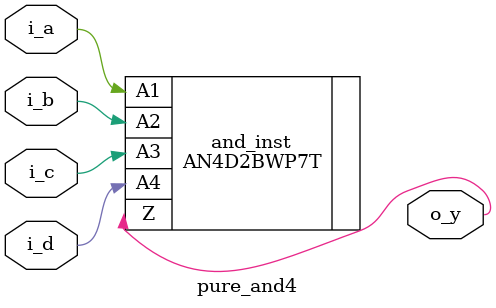
<source format=v>

`timescale 1ns/1ns

module pure_and4 #(
    parameter DOMAIN_3V0 = 0
  )(
    input  i_a,
    input  i_b,
    input  i_c,
    input  i_d,
    output o_y
  );

  AN4D2BWP7T and_inst(
    .A1 (i_a),
    .A2 (i_b),
    .A3 (i_c),
    .A4 (i_d),
    .Z  (o_y)
  );

endmodule


</source>
